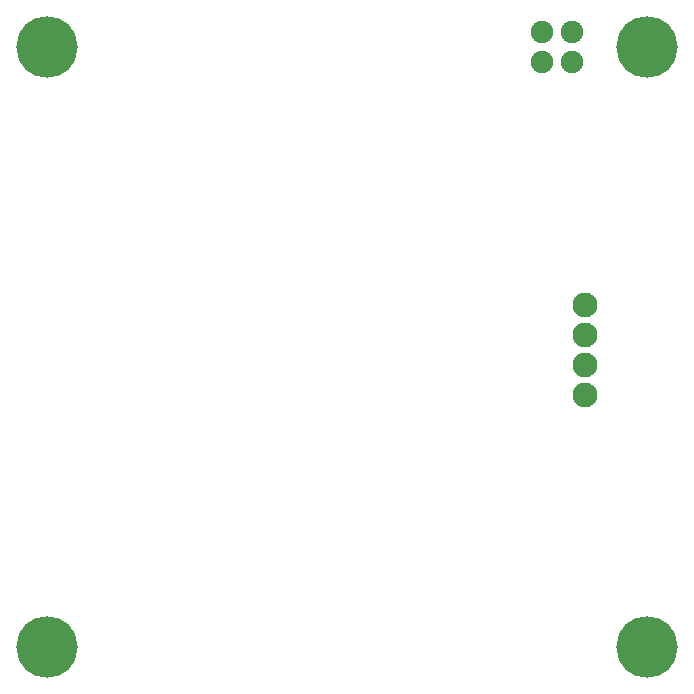
<source format=gbs>
G04 Layer: BottomSolderMaskLayer*
G04 Panelize: , Column: 2, Row: 2, Board Size: 58.42mm x 58.42mm, Panelized Board Size: 118.84mm x 118.84mm*
G04 EasyEDA v6.5.34, 2023-08-21 18:11:39*
G04 6b8a08da89de4659a48f0417751e7769,5a6b42c53f6a479593ecc07194224c93,10*
G04 Gerber Generator version 0.2*
G04 Scale: 100 percent, Rotated: No, Reflected: No *
G04 Dimensions in millimeters *
G04 leading zeros omitted , absolute positions ,4 integer and 5 decimal *
%FSLAX45Y45*%
%MOMM*%

%ADD10C,5.2032*%
%ADD11C,2.1016*%
%ADD12C,1.9016*%

%LPD*%
D10*
G01*
X381000Y5461000D03*
D11*
G01*
X4931206Y3274161D03*
G01*
X4931206Y2512161D03*
G01*
X4931206Y2766161D03*
G01*
X4931206Y3020161D03*
D12*
G01*
X4572000Y5588000D03*
G01*
X4572000Y5334000D03*
G01*
X4826000Y5334000D03*
G01*
X4826000Y5588000D03*
D10*
G01*
X381000Y381000D03*
G01*
X5461000Y381000D03*
G01*
X5461000Y5461000D03*
M02*

</source>
